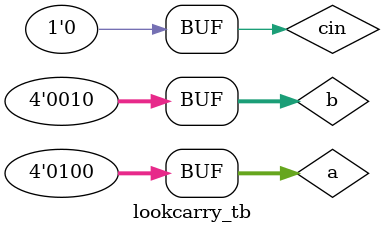
<source format=v>

module lookcarry(
    input [4:0] a, b,
    input cin,
    output [3:0] sum,
    output cout
);


wire [4:0]c_g,c_p;
wire [4:0]carry;

assign carry[0]=cin;
genvar i;

generate
 for(i=0;i<4;i=i+1) begin 
  assign c_g[i]=a[i]& b[i];
  assign c_p[i]= a[i]^b[i];
  assign carry[i+1]= c_g | (c_p & carry[i]);
  
  assign sum[i]= a[i] ^ b[i] ^ carry[i];
 end
 endgenerate
assign cout = carry[4];
endmodule


//test bench


module lookcarry_tb;

reg [3:0] a,b;
reg cin;

wire [3:0] sum,carry;

lookcarry lc (.a(a),.b(b),.cin(cin),.sum(sum),.cout(cout));

initial begin

a=4; b=2; cin=0; #2;



end

always@(*)
 $display("a = %b, b = %b,c =%b,sum = %b,cout = %b" ,a,b,cin,sum,cout);

endmodule
        

</source>
